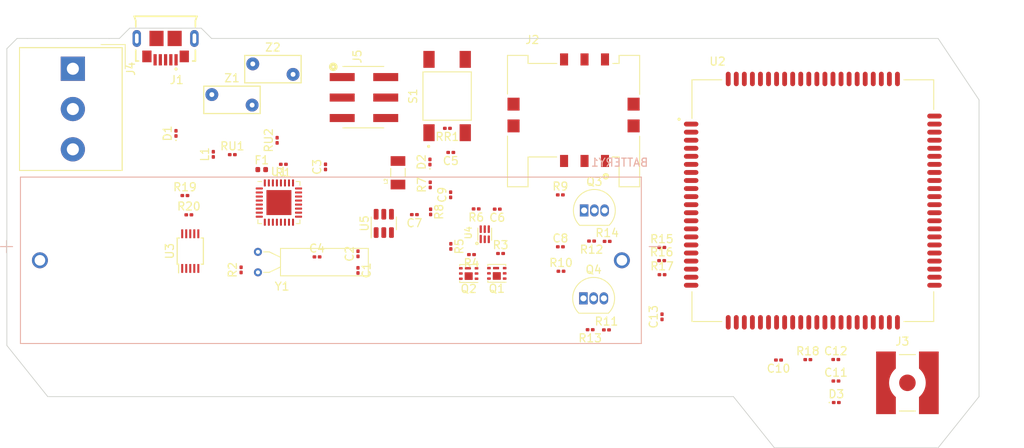
<source format=kicad_pcb>
(kicad_pcb (version 20211014) (generator pcbnew)
  (layers (0 "F.Cu" signal) (31 "B.Cu" signal) (34 "B.Paste" user) (35 "F.Paste" user) (36 "B.SilkS" user "B.Silkscreen") (37 "F.SilkS" user "F.Silkscreen") (38 "B.Mask" user) (39 "F.Mask" user) (44 "Edge.Cuts" user))
  (net 0 "")
  (net 1 "GND")
  (net 2 "Net-(BATTERY1-PadP)")
  (net 3 "Net-(C1-Pad2)")
  (net 4 "Net-(C2-Pad2)")
  (net 5 "Net-(C3-Pad1)")
  (net 6 "VBAT")
  (net 7 "Net-(C5-Pad1)")
  (net 8 "Net-(C6-Pad2)")
  (net 9 "Net-(C8-Pad1)")
  (net 10 "Net-(C10-Pad1)")
  (net 11 "Net-(C10-Pad2)")
  (net 12 "Net-(C13-Pad1)")
  (net 13 "VUSB")
  (net 14 "Net-(D2-Pad2)")
  (net 15 "Net-(F1-Pad2)")
  (net 16 "Net-(Z1-Pad2)")
  (net 17 "Net-(Z2-Pad2)")
  (net 19 "Net-(L1-Pad2)")
  (net 20 "SIM_VDD")
  (net 21 "SIM_RST")
  (net 22 "SIM_CLK")
  (net 23 "SIM_DATA")
  (net 24 "MAIN_ANT")
  (net 25 "Net-(J4-Pad2)")
  (net 26 "Net-(J4-Pad3)")
  (net 27 "Net-(J5-Pad1)")
  (net 28 "Net-(J5-Pad3)")
  (net 29 "Net-(J5-Pad4)")
  (net 30 "Net-(Q1-Pad1)")
  (net 31 "Net-(Q1-Pad3)")
  (net 32 "Net-(Q2-Pad3)")
  (net 33 "Net-(Q2-Pad4)")
  (net 34 "TXA")
  (net 35 "Net-(Q3-Pad2)")
  (net 36 "Net-(Q3-Pad3)")
  (net 37 "Net-(Q4-Pad1)")
  (net 38 "Net-(Q4-Pad2)")
  (net 39 "RXA")
  (net 40 "Net-(R2-Pad2)")
  (net 41 "Net-(R5-Pad1)")
  (net 42 "Net-(R7-Pad2)")
  (net 43 "Net-(R12-Pad1)")
  (net 44 "Net-(R15-Pad2)")
  (net 45 "Net-(R16-Pad2)")
  (net 46 "Net-(R17-Pad2)")
  (net 47 "Net-(R19-Pad1)")
  (net 48 "SCL")
  (net 49 "Net-(R20-Pad1)")
  (net 50 "SCA")
  (net 51 "Net-(RU1-Pad2)")
  (net 52 "Net-(RU2-Pad1)")
  (net 53 "Net-(RU2-Pad2)")
  (net 54 "Net-(U1-Pad3)")
  (footprint "Resistor_SMD:R_0201_0603Metric" (layer "F.Cu") (at 91.43881 66.625911 180)
    (fp_text reference "R13" (at 0 -1.05) (layer "F.SilkS"))
    (fp_text value "4.7k")
    (pad "1" smd roundrect (at -0.32 0 180) (size 0.46 0.4) (layers "F.Cu" "F.Mask") (net 38 "Net-(Q4-Pad2)"))
    (pad "2" smd roundrect (at 0.32 0 180) (size 0.46 0.4) (layers "F.Cu" "F.Mask") (net 37 "Net-(Q4-Pad1)"))
  )
  (footprint "Resistor_SMD:R_0201_0603Metric" (layer "F.Cu") (at 73.724565 41.636221 180)
    (fp_text reference "RR1" (at 0 -1.05) (layer "F.SilkS"))
    (fp_text value "10k")
    (pad "1" smd roundrect (at -0.32 0 180) (size 0.46 0.4) (layers "F.Cu" "F.Mask") (net 7 "Net-(C5-Pad1)"))
    (pad "2" smd roundrect (at 0.32 0 180) (size 0.46 0.4) (layers "F.Cu" "F.Mask") (net 6 "VBAT"))
  )
  (footprint "Resistor_SMD:R_0201_0603Metric" (layer "F.Cu") (at 93.548449 55.663362)
    (fp_text reference "R14" (at 0 -1.05) (layer "F.SilkS"))
    (fp_text value "4.7k")
    (pad "1" smd roundrect (at -0.32 0) (size 0.46 0.4) (layers "F.Cu" "F.Mask") (net 43 "Net-(R12-Pad1)"))
    (pad "2" smd roundrect (at 0.32 0) (size 0.46 0.4) (layers "F.Cu" "F.Mask") (net 36 "Net-(Q3-Pad3)"))
  )
  (footprint "Diode_SMD:D_0201_0603Metric" (layer "F.Cu") (at 40.041346 42.264043 90)
    (fp_text reference "D1" (at 0 -1.05 90) (layer "F.SilkS"))
    (fp_text value "MMSZ5221B")
    (pad "1" smd roundrect (at -0.32 0 90) (size 0.46 0.4) (layers "F.Cu" "F.Mask") (net 2 "Net-(BATTERY1-PadP)"))
    (pad "2" smd roundrect (at 0.32 0 90) (size 0.46 0.4) (layers "F.Cu" "F.Mask") (net 13 "VUSB"))
  )
  (footprint "Capacitor_SMD:C_0201_0603Metric" (layer "F.Cu") (at 57.545269 57.587392)
    (fp_text reference "C4" (at 0 -1.05) (layer "F.SilkS"))
    (fp_text value "100nF")
    (pad "1" smd roundrect (at -0.32 0) (size 0.46 0.4) (layers "F.Cu" "F.Mask") (net 1 "GND"))
    (pad "2" smd roundrect (at 0.32 0) (size 0.46 0.4) (layers "F.Cu" "F.Mask") (net 6 "VBAT"))
  )
  (footprint "Resistor_SMD:R_0201_0603Metric" (layer "F.Cu") (at 52.591631 43.120764 90)
    (fp_text reference "RU2" (at 0 -1.05 90) (layer "F.SilkS"))
    (fp_text value "22R")
    (pad "1" smd roundrect (at -0.32 0 90) (size 0.46 0.4) (layers "F.Cu" "F.Mask") (net 52 "Net-(RU2-Pad1)"))
    (pad "2" smd roundrect (at 0.32 0 90) (size 0.46 0.4) (layers "F.Cu" "F.Mask") (net 53 "Net-(RU2-Pad2)"))
  )
  (footprint "Capacitor_SMD:C_0201_0603Metric" (layer "F.Cu") (at 121.92 70.325)
    (fp_text reference "C12" (at 0 -1.05) (layer "F.SilkS"))
    (fp_text value "33pF")
    (pad "1" smd roundrect (at -0.32 0) (size 0.46 0.4) (layers "F.Cu" "F.Mask") (net 1 "GND"))
    (pad "2" smd roundrect (at 0.32 0) (size 0.46 0.4) (layers "F.Cu" "F.Mask") (net 6 "VBAT"))
  )
  (footprint "TerminalBlock_Altech:Altech_AK300_1x03_P5.00mm_45-Degree" (layer "F.Cu") (at 27.24311 34.240731 -90)
    (fp_text reference "J4" (at 0 -7.2 90) (layer "F.SilkS"))
    (fp_text value "SENSOR_IN")
    (pad "1" thru_hole rect (at 0 0 270) (size 3 3) (drill 1.5) (layers *.Cu *.Mask) (net 6 "VBAT"))
    (pad "2" thru_hole circle (at 5 0 270) (size 3 3) (drill 1.5) (layers *.Cu *.Mask) (net 25 "Net-(J4-Pad2)"))
    (pad "3" thru_hole circle (at 10 0 270) (size 3 3) (drill 1.5) (layers *.Cu *.Mask) (net 26 "Net-(J4-Pad3)"))
  )
  (footprint "Capacitor_SMD:C_0201_0603Metric" (layer "F.Cu") (at 87.744857 56.334418)
    (fp_text reference "C8" (at 0 -1.05) (layer "F.SilkS"))
    (fp_text value "0.1uF")
    (pad "1" smd roundrect (at -0.32 0) (size 0.46 0.4) (layers "F.Cu" "F.Mask") (net 9 "Net-(C8-Pad1)"))
    (pad "2" smd roundrect (at 0.32 0) (size 0.46 0.4) (layers "F.Cu" "F.Mask") (net 1 "GND"))
  )
  (footprint "BQ29707DSET:SON50P150X150X80-6N" (layer "F.Cu") (at 78.358158 54.776525 90)
    (fp_text reference "U4" (at 0.18666 -2.02861 90) (layer "F.SilkS") (effects (font (size 0.8 0.8))))
    (fp_text value "BQ29707DSET")
    (pad "1" smd roundrect (at -0.59 -0.5) (size 0.27 1.02) (layers "F.Cu" "F.Paste" "F.Mask") (roundrect_rratio 0.26))
    (pad "2" smd roundrect (at -0.63 0) (size 0.27 0.94) (layers "F.Cu" "F.Paste" "F.Mask") (roundrect_rratio 0.23) (net 32 "Net-(Q2-Pad3)"))
    (pad "3" smd roundrect (at -0.63 0.5) (size 0.27 0.94) (layers "F.Cu" "F.Paste" "F.Mask") (roundrect_rratio 0.23) (net 31 "Net-(Q1-Pad3)"))
    (pad "4" smd roundrect (at 0.63 0.5) (size 0.27 0.94) (layers "F.Cu" "F.Paste" "F.Mask") (roundrect_rratio 0.23) (net 1 "GND"))
    (pad "5" smd roundrect (at 0.63 0) (size 0.27 0.94) (layers "F.Cu" "F.Paste" "F.Mask") (roundrect_rratio 0.23) (net 8 "Net-(C6-Pad2)"))
    (pad "6" smd roundrect (at 0.63 -0.5) (size 0.27 0.94) (layers "F.Cu" "F.Paste" "F.Mask") (roundrect_rratio 0.23) (net 41 "Net-(R5-Pad1)"))
  )
  (footprint "Resistor_SMD:R_0201_0603Metric" (layer "F.Cu") (at 77.294073 51.634288 180)
    (fp_text reference "R6" (at 0 -1.05) (layer "F.SilkS"))
    (fp_text value "330R")
    (pad "1" smd roundrect (at -0.32 0 180) (size 0.46 0.4) (layers "F.Cu" "F.Mask") (net 8 "Net-(C6-Pad2)"))
    (pad "2" smd roundrect (at 0.32 0 180) (size 0.46 0.4) (layers "F.Cu" "F.Mask") (net 2 "Net-(BATTERY1-PadP)"))
  )
  (footprint "SIM7600E-H:IC_SIM7600E-H" (layer "F.Cu") (at 119.07191 50.609369)
    (fp_text reference "U2" (at -11.825 -17.275) (layer "F.SilkS"))
    (fp_text value "SIM7600E-H")
    (pad "1" smd oval (at -15.1 -9.5) (size 1.8 0.6) (layers "F.Cu" "F.Paste" "F.Mask") (net 1 "GND"))
    (pad "2" smd oval (at -15.1 -8.5) (size 1.8 0.6) (layers "F.Cu" "F.Paste" "F.Mask") (net 1 "GND"))
    (pad "3" smd oval (at -15.1 -7.5) (size 1.8 0.6) (layers "F.Cu" "F.Paste" "F.Mask") (net 10 "Net-(C10-Pad1)"))
    (pad "4" smd oval (at -15.1 -6.5) (size 1.8 0.6) (layers "F.Cu" "F.Paste" "F.Mask") (net 11 "Net-(C10-Pad2)"))
    (pad "5" smd oval (at -15.1 -5.5) (size 1.8 0.6) (layers "F.Cu" "F.Paste" "F.Mask") (net 1 "GND"))
    (pad "6" smd oval (at -15.1 -4.5) (size 1.8 0.6) (layers "F.Cu" "F.Paste" "F.Mask"))
    (pad "7" smd oval (at -15.1 -3.5) (size 1.8 0.6) (layers "F.Cu" "F.Paste" "F.Mask"))
    (pad "8" smd oval (at -15.1 -2.5) (size 1.8 0.6) (layers "F.Cu" "F.Paste" "F.Mask"))
    (pad "9" smd oval (at -15.1 -1.5) (size 1.8 0.6) (layers "F.Cu" "F.Paste" "F.Mask"))
    (pad "10" smd oval (at -15.1 -0.5) (size 1.8 0.6) (layers "F.Cu" "F.Paste" "F.Mask") (net 1 "GND"))
    (pad "11" smd oval (at -15.1 0.5) (size 1.8 0.6) (layers "F.Cu" "F.Paste" "F.Mask"))
    (pad "12" smd oval (at -15.1 1.5) (size 1.8 0.6) (layers "F.Cu" "F.Paste" "F.Mask"))
    (pad "13" smd oval (at -15.1 2.5) (size 1.8 0.6) (layers "F.Cu" "F.Paste" "F.Mask"))
    (pad "14" smd oval (at -15.1 3.5) (size 1.8 0.6) (layers "F.Cu" "F.Paste" "F.Mask") (net 1 "GND"))
    (pad "15" smd oval (at -15.1 4.5) (size 1.8 0.6) (layers "F.Cu" "F.Paste" "F.Mask") (net 12 "Net-(C13-Pad1)"))
    (pad "16" smd oval (at -15.1 5.5) (size 1.8 0.6) (layers "F.Cu" "F.Paste" "F.Mask"))
    (pad "17" smd oval (at -15.1 6.5) (size 1.8 0.6) (layers "F.Cu" "F.Paste" "F.Mask") (net 44 "Net-(R15-Pad2)"))
    (pad "18" smd oval (at -15.1 7.5) (size 1.8 0.6) (layers "F.Cu" "F.Paste" "F.Mask") (net 45 "Net-(R16-Pad2)"))
    (pad "19" smd oval (at -15.1 8.5) (size 1.8 0.6) (layers "F.Cu" "F.Paste" "F.Mask") (net 46 "Net-(R17-Pad2)"))
    (pad "20" smd oval (at -15.1 9.5) (size 1.8 0.6) (layers "F.Cu" "F.Paste" "F.Mask") (net 20 "SIM_VDD"))
    (pad "21" smd oval (at -9.5 15.1 90) (size 1.8 0.6) (layers "F.Cu" "F.Paste" "F.Mask"))
    (pad "22" smd oval (at -8.5 15.1 90) (size 1.8 0.6) (layers "F.Cu" "F.Paste" "F.Mask"))
    (pad "23" smd oval (at -7.5 15.1 90) (size 1.8 0.6) (layers "F.Cu" "F.Paste" "F.Mask"))
    (pad "24" smd oval (at -6.5 15.1 90) (size 1.8 0.6) (layers "F.Cu" "F.Paste" "F.Mask"))
    (pad "25" smd oval (at -5.5 15.1 90) (size 1.8 0.6) (layers "F.Cu" "F.Paste" "F.Mask"))
    (pad "26" smd oval (at -4.5 15.1 90) (size 1.8 0.6) (layers "F.Cu" "F.Paste" "F.Mask"))
    (pad "27" smd oval (at -3.5 15.1 90) (size 1.8 0.6) (layers "F.Cu" "F.Paste" "F.Mask"))
    (pad "28" smd oval (at -2.5 15.1 90) (size 1.8 0.6) (layers "F.Cu" "F.Paste" "F.Mask"))
    (pad "29" smd oval (at -1.5 15.1 90) (size 1.8 0.6) (layers "F.Cu" "F.Paste" "F.Mask"))
    (pad "30" smd oval (at -0.5 15.1 90) (size 1.8 0.6) (layers "F.Cu" "F.Paste" "F.Mask"))
    (pad "31" smd oval (at 0.5 15.1 90) (size 1.8 0.6) (layers "F.Cu" "F.Paste" "F.Mask"))
    (pad "32" smd oval (at 1.5 15.1 90) (size 1.8 0.6) (layers "F.Cu" "F.Paste" "F.Mask"))
    (pad "33" smd oval (at 2.5 15.1 90) (size 1.8 0.6) (layers "F.Cu" "F.Paste" "F.Mask"))
    (pad "34" smd oval (at 3.5 15.1 90) (size 1.8 0.6) (layers "F.Cu" "F.Paste" "F.Mask"))
    (pad "35" smd oval (at 4.5 15.1 90) (size 1.8 0.6) (layers "F.Cu" "F.Paste" "F.Mask"))
    (pad "36" smd oval (at 5.5 15.1 90) (size 1.8 0.6) (layers "F.Cu" "F.Paste" "F.Mask"))
    (pad "37" smd oval (at 6.5 15.1 90) (size 1.8 0.6) (layers "F.Cu" "F.Paste" "F.Mask") (net 1 "GND"))
    (pad "38" smd oval (at 7.5 15.1 90) (size 1.8 0.6) (layers "F.Cu" "F.Paste" "F.Mask") (net 6 "VBAT"))
    (pad "39" smd oval (at 8.5 15.1 90) (size 1.8 0.6) (layers "F.Cu" "F.Paste" "F.Mask") (net 6 "VBAT"))
    (pad "40" smd oval (at 9.5 15.1 90) (size 1.8 0.6) (layers "F.Cu" "F.Paste" "F.Mask") (net 1 "GND"))
    (pad "41" smd oval (at 15.1 9.5 180) (size 1.8 0.6) (layers "F.Cu" "F.Paste" "F.Mask") (net 1 "GND"))
    (pad "42" smd oval (at 15.1 8.5 180) (size 1.8 0.6) (layers "F.Cu" "F.Paste" "F.Mask"))
    (pad "43" smd oval (at 15.1 7.5 180) (size 1.8 0.6) (layers "F.Cu" "F.Paste" "F.Mask") (net 1 "GND"))
    (pad "44" smd oval (at 15.1 6.5 180) (size 1.8 0.6) (layers "F.Cu" "F.Paste" "F.Mask"))
    (pad "45" smd oval (at 15.1 5.5 180) (size 1.8 0.6) (layers "F.Cu" "F.Paste" "F.Mask"))
    (pad "46" smd oval (at 15.1 4.5 180) (size 1.8 0.6) (layers "F.Cu" "F.Paste" "F.Mask"))
    (pad "47" smd oval (at 15.1 3.5 180) (size 1.8 0.6) (layers "F.Cu" "F.Paste" "F.Mask"))
    (pad "48" smd oval (at 15.1 2.5 180) (size 1.8 0.6) (layers "F.Cu" "F.Paste" "F.Mask"))
    (pad "49" smd oval (at 15.1 1.5 180) (size 1.8 0.6) (layers "F.Cu" "F.Paste" "F.Mask"))
    (pad "50" smd oval (at 15.1 0.5 180) (size 1.8 0.6) (layers "F.Cu" "F.Paste" "F.Mask"))
    (pad "51" smd oval (at 15.1 -0.5 180) (size 1.8 0.6) (layers "F.Cu" "F.Paste" "F.Mask"))
    (pad "52" smd oval (at 15.1 -1.5 180) (size 1.8 0.6) (layers "F.Cu" "F.Paste" "F.Mask"))
    (pad "53" smd oval (at 15.1 -2.5 180) (size 1.8 0.6) (layers "F.Cu" "F.Paste" "F.Mask"))
    (pad "54" smd oval (at 15.1 -3.5 180) (size 1.8 0.6) (layers "F.Cu" "F.Paste" "F.Mask"))
    (pad "55" smd oval (at 15.1 -4.5 180) (size 1.8 0.6) (layers "F.Cu" "F.Paste" "F.Mask"))
    (pad "56" smd oval (at 15.1 -5.5 180) (size 1.8 0.6) (layers "F.Cu" "F.Paste" "F.Mask"))
    (pad "57" smd oval (at 15.1 -6.5 180) (size 1.8 0.6) (layers "F.Cu" "F.Paste" "F.Mask") (net 1 "GND"))
    (pad "58" smd oval (at 15.1 -7.5 180) (size 1.8 0.6) (layers "F.Cu" "F.Paste" "F.Mask") (net 1 "GND"))
    (pad "59" smd oval (at 15.1 -8.5 180) (size 1.8 0.6) (layers "F.Cu" "F.Paste" "F.Mask"))
    (pad "60" smd oval (at 15.1 -9.5 180) (size 1.8 0.6) (layers "F.Cu" "F.Paste" "F.Mask") (net 1 "GND"))
    (pad "61" smd oval (at 9.5 -15.1 270) (size 1.8 0.6) (layers "F.Cu" "F.Paste" "F.Mask") (net 1 "GND"))
    (pad "62" smd oval (at 8.5 -15.1 270) (size 1.8 0.6) (layers "F.Cu" "F.Paste" "F.Mask") (net 6 "VBAT"))
    (pad "63" smd oval (at 7.5 -15.1 270) (size 1.8 0.6) (layers "F.Cu" "F.Paste" "F.Mask") (net 6 "VBAT"))
    (pad "64" smd oval (at 6.5 -15.1 270) (size 1.8 0.6) (layers "F.Cu" "F.Paste" "F.Mask") (net 1 "GND"))
    (pad "65" smd oval (at 5.5 -15.1 270) (size 1.8 0.6) (layers "F.Cu" "F.Paste" "F.Mask") (net 1 "GND"))
    (pad "66" smd oval (at 4.5 -15.1 270) (size 1.8 0.6) (layers "F.Cu" "F.Paste" "F.Mask"))
    (pad "67" smd oval (at 3.5 -15.1 270) (size 1.8 0.6) (layers "F.Cu" "F.Paste" "F.Mask"))
    (pad "68" smd oval (at 2.5 -15.1 270) (size 1.8 0.6) (layers "F.Cu" "F.Paste" "F.Mask") (net 36 "Net-(Q3-Pad3)"))
    (pad "69" smd oval (at 1.5 -15.1 270) (size 1.8 0.6) (layers "F.Cu" "F.Paste" "F.Mask"))
    (pad "70" smd oval (at 0.5 -15.1 270) (size 1.8 0.6) (layers "F.Cu" "F.Paste" "F.Mask"))
    (pad "71" smd oval (at -0.5 -15.1 270) (size 1.8 0.6) (layers "F.Cu" "F.Paste" "F.Mask") (net 37 "Net-(Q4-Pad1)"))
    (pad "72" smd oval (at -1.5 -15.1 270) (size 1.8 0.6) (layers "F.Cu" "F.Paste" "F.Mask"))
    (pad "73" smd oval (at -2.5 -15.1 270) (size 1.8 0.6) (layers "F.Cu" "F.Paste" "F.Mask"))
    (pad "74" smd oval (at -3.5 -15.1 270) (size 1.8 0.6) (layers "F.Cu" "F.Paste" "F.Mask"))
    (pad "75" smd oval (at -4.5 -15.1 270) (size 1.8 0.6) (layers "F.Cu" "F.Paste" "F.Mask"))
    (pad "76" smd oval (at -5.5 -15.1 270) (size 1.8 0.6) (layers "F.Cu" "F.Paste" "F.Mask"))
    (pad "77" smd oval (at -6.5 -15.1 270) (size 1.8 0.6) (layers "F.Cu" "F.Paste" "F.Mask") (net 1 "GND"))
    (pad "78" smd oval (at -7.5 -15.1 270) (size 1.8 0.6) (layers "F.Cu" "F.Paste" "F.Mask") (net 1 "GND"))
    (pad "79" smd oval (at -8.5 -15.1 270) (size 1.8 0.6) (layers "F.Cu" "F.Paste" "F.Mask"))
    (pad "80" smd oval (at -9.5 -15.1 270) (size 1.8 0.6) (layers "F.Cu" "F.Paste" "F.Mask") (net 1 "GND"))
    (pad "81" smd oval (at -15.1 10.5) (size 1.8 0.6) (layers "F.Cu" "F.Paste" "F.Mask") (net 1 "GND"))
    (pad "82" smd oval (at 15.1 10.5 180) (size 1.8 0.6) (layers "F.Cu" "F.Paste" "F.Mask") (net 24 "MAIN_ANT"))
    (pad "83" smd oval (at 10.5 15.1 90) (size 1.8 0.6) (layers "F.Cu" "F.Paste" "F.Mask"))
    (pad "84" smd oval (at -10.5 15.1 90) (size 1.8 0.6) (layers "F.Cu" "F.Paste" "F.Mask"))
    (pad "85" smd oval (at 15.1 -10.5 180) (size 1.8 0.6) (layers "F.Cu" "F.Paste" "F.Mask"))
    (pad "86" smd oval (at -10.5 -15.1 270) (size 1.8 0.6) (layers "F.Cu" "F.Paste" "F.Mask"))
    (pad "87" smd oval (at 10.5 -15.1 270) (size 1.8 0.6) (layers "F.Cu" "F.Paste" "F.Mask"))
  )
  (footprint "Resistor_SMD:R_0201_0603Metric" (layer "F.Cu") (at 47.030878 44.902504)
    (fp_text reference "RU1" (at 0 -1.05) (layer "F.SilkS"))
    (fp_text value "22R")
    (pad "1" smd roundrect (at -0.32 0) (size 0.46 0.4) (layers "F.Cu" "F.Mask") (net 19 "Net-(L1-Pad2)"))
    (pad "2" smd roundrect (at 0.32 0) (size 0.46 0.4) (layers "F.Cu" "F.Mask") (net 51 "Net-(RU1-Pad2)"))
  )
  (footprint "Resistor_SMD:R_0201_0603Metric" (layer "F.Cu") (at 91.615309 55.628214 180)
    (fp_text reference "R12" (at 0 -1.05) (layer "F.SilkS"))
    (fp_text value "4.7k")
    (pad "1" smd roundrect (at -0.32 0 180) (size 0.46 0.4) (layers "F.Cu" "F.Mask") (net 43 "Net-(R12-Pad1)"))
    (pad "2" smd roundrect (at 0.32 0 180) (size 0.46 0.4) (layers "F.Cu" "F.Mask") (net 35 "Net-(Q3-Pad2)"))
  )
  (footprint "Resistor_SMD:R_0201_0603Metric" (layer "F.Cu") (at 118.450804 70.337651)
    (fp_text reference "R18" (at 0 -1.05) (layer "F.SilkS"))
    (fp_text value "1k")
    (pad "1" smd roundrect (at -0.32 0) (size 0.46 0.4) (layers "F.Cu" "F.Mask") (net 10 "Net-(C10-Pad1)"))
    (pad "2" smd roundrect (at 0.32 0) (size 0.46 0.4) (layers "F.Cu" "F.Mask") (net 1 "GND"))
  )
  (footprint "Diode_SMD:D_0201_0603Metric" (layer "F.Cu") (at 121.983178 75.662572)
    (fp_text reference "D3" (at 0 -1.05) (layer "F.SilkS"))
    (fp_text value "MMSZ5221B")
    (pad "1" smd roundrect (at -0.32 0) (size 0.46 0.4) (layers "F.Cu" "F.Mask") (net 1 "GND"))
    (pad "2" smd roundrect (at 0.32 0) (size 0.46 0.4) (layers "F.Cu" "F.Mask") (net 6 "VBAT"))
  )
  (footprint "Capacitor_SMD:C_0201_0603Metric" (layer "F.Cu") (at 69.625115 52.343372 180)
    (fp_text reference "C7" (at 0 -1.05) (layer "F.SilkS"))
    (fp_text value "22pF")
    (pad "1" smd roundrect (at -0.32 0 180) (size 0.46 0.4) (layers "F.Cu" "F.Mask") (net 1 "GND"))
    (pad "2" smd roundrect (at 0.32 0 180) (size 0.46 0.4) (layers "F.Cu" "F.Mask") (net 2 "Net-(BATTERY1-PadP)"))
  )
  (footprint "Resistor_SMD:R_0201_0603Metric" (layer "F.Cu") (at 80.321069 57.168161)
    (fp_text reference "R3" (at 0 -1.05) (layer "F.SilkS"))
    (fp_text value "5.1M")
    (pad "1" smd roundrect (at -0.32 0) (size 0.46 0.4) (layers "F.Cu" "F.Mask") (net 1 "GND"))
    (pad "2" smd roundrect (at 0.32 0) (size 0.46 0.4) (layers "F.Cu" "F.Mask") (net 31 "Net-(Q1-Pad3)"))
  )
  (footprint "Resistor_SMD:R_0201_0603Metric" (layer "F.Cu") (at 71.639823 52.002223 -90)
    (fp_text reference "R8" (at 0 -1.05 90) (layer "F.SilkS"))
    (fp_text value "30R")
    (pad "1" smd roundrect (at -0.32 0 270) (size 0.46 0.4) (layers "F.Cu" "F.Mask") (net 42 "Net-(R7-Pad2)"))
    (pad "2" smd roundrect (at 0.32 0 270) (size 0.46 0.4) (layers "F.Cu" "F.Mask") (net 1 "GND"))
  )
  (footprint "693010020611:WURTH_693010020611" (layer "F.Cu") (at 89.380431 39.384073)
    (fp_text reference "J2" (at -5.117 -8.73) (layer "F.SilkS"))
    (fp_text value "SIM_CARD_SLOT")
    (pad "1" smd rect (at 3.9 6.3) (size 1 1.5) (layers "F.Cu" "F.Paste" "F.Mask") (net 20 "SIM_VDD"))
    (pad "2" smd rect (at 1.36 6.3) (size 1 1.5) (layers "F.Cu" "F.Paste" "F.Mask") (net 21 "SIM_RST"))
    (pad "3" smd rect (at -1.18 6.3) (size 1 1.5) (layers "F.Cu" "F.Paste" "F.Mask") (net 22 "SIM_CLK"))
    (pad "4" smd rect (at 3.9 -6.3) (size 1 1.5) (layers "F.Cu" "F.Paste" "F.Mask") (net 1 "GND"))
    (pad "5" smd rect (at 1.36 -6.3) (size 1 1.5) (layers "F.Cu" "F.Paste" "F.Mask"))
    (pad "6" smd rect (at -1.18 -6.3) (size 1 1.5) (layers "F.Cu" "F.Paste" "F.Mask") (net 23 "SIM_DATA"))
    (pad "S1" smd rect (at -7.45 -0.75) (size 1.5 1.6) (layers "F.Cu" "F.Paste" "F.Mask") (net 1 "GND"))
    (pad "S2" smd rect (at -7.45 1.95) (size 1.5 1.6) (layers "F.Cu" "F.Paste" "F.Mask") (net 1 "GND"))
    (pad "S3" smd rect (at 7.45 -0.75) (size 1.5 1.6) (layers "F.Cu" "F.Paste" "F.Mask") (net 1 "GND"))
    (pad "S4" smd rect (at 7.45 1.95) (size 1.5 1.6) (layers "F.Cu" "F.Paste" "F.Mask") (net 1 "GND"))
  )
  (footprint "Capacitor_SMD:C_0201_0603Metric" (layer "F.Cu") (at 62.627029 59.268463 -90)
    (fp_text reference "C1" (at 0 -1.05 90) (layer "F.SilkS"))
    (fp_text value "22pF")
    (pad "1" smd roundrect (at -0.32 0 270) (size 0.46 0.4) (layers "F.Cu" "F.Mask") (net 1 "GND"))
    (pad "2" smd roundrect (at 0.32 0 270) (size 0.46 0.4) (layers "F.Cu" "F.Mask") (net 3 "Net-(C1-Pad2)"))
  )
  (footprint "Resistor_SMD:R_0201_0603Metric" (layer "F.Cu") (at 100.313082 58.054832)
    (fp_text reference "R16" (at 0 -1.05) (layer "F.SilkS"))
    (fp_text value "22R")
    (pad "1" smd roundrect (at -0.32 0) (size 0.46 0.4) (layers "F.Cu" "F.Mask") (net 21 "SIM_RST"))
    (pad "2" smd roundrect (at 0.32 0) (size 0.46 0.4) (layers "F.Cu" "F.Mask") (net 45 "Net-(R16-Pad2)"))
  )
  (footprint "Diode_SMD:D_0201_0603Metric" (layer "F.Cu") (at 71.556901 45.813018 90)
    (fp_text reference "D2" (at 0 -1.05 90) (layer "F.SilkS"))
    (fp_text value "MMSZ5221B")
    (pad "1" smd roundrect (at -0.32 0 90) (size 0.46 0.4) (layers "F.Cu" "F.Mask") (net 6 "VBAT"))
    (pad "2" smd roundrect (at 0.32 0 90) (size 0.46 0.4) (layers "F.Cu" "F.Mask") (net 14 "Net-(D2-Pad2)"))
  )
  (footprint "Varistor:RV_Disc_D7mm_W3.4mm_P5mm" (layer "F.Cu") (at 49.49 38.75 180)
    (fp_text reference "Z1" (at 2.5 3.35) (layer "F.SilkS"))
    (fp_text value "PGB1010604")
    (pad "1" thru_hole circle (at 0 0 180) (size 1.6 1.6) (drill 0.6) (layers *.Cu *.Mask) (net 19 "Net-(L1-Pad2)"))
    (pad "2" thru_hole circle (at 5 1.3 180) (size 1.6 1.6) (drill 0.6) (layers *.Cu *.Mask) (net 16 "Net-(Z1-Pad2)"))
  )
  (footprint "Resistor_SMD:R_0201_0603Metric" (layer "F.Cu") (at 100.332608 56.418498)
    (fp_text reference "R15" (at 0 -1.05) (layer "F.SilkS"))
    (fp_text value "22R")
    (pad "1" smd roundrect (at -0.32 0) (size 0.46 0.4) (layers "F.Cu" "F.Mask") (net 23 "SIM_DATA"))
    (pad "2" smd roundrect (at 0.32 0) (size 0.46 0.4) (layers "F.Cu" "F.Mask") (net 44 "Net-(R15-Pad2)"))
  )
  (footprint "Package_SO:TSSOP-10_3x3mm_P0.5mm" (layer "F.Cu") (at 41.813366 56.870687 90)
    (fp_text reference "U3" (at 0 -2.55 90) (layer "F.SilkS"))
    (fp_text value "ADS1115IDGS")
    (pad "1" smd rect (at -2.15 -1 90) (size 1.1 0.25) (layers "F.Cu" "F.Paste" "F.Mask"))
    (pad "2" smd rect (at -2.15 -0.5 90) (size 1.1 0.25) (layers "F.Cu" "F.Paste" "F.Mask"))
    (pad "3" smd rect (at -2.15 0 90) (size 1.1 0.25) (layers "F.Cu" "F.Paste" "F.Mask") (net 26 "Net-(J4-Pad3)"))
    (pad "4" smd rect (at -2.15 0.5 90) (size 1.1 0.25) (layers "F.Cu" "F.Paste" "F.Mask") (net 25 "Net-(J4-Pad2)"))
    (pad "5" smd rect (at -2.15 1 90) (size 1.1 0.25) (layers "F.Cu" "F.Paste" "F.Mask"))
    (pad "6" smd rect (at 2.15 1 90) (size 1.1 0.25) (layers "F.Cu" "F.Paste" "F.Mask"))
    (pad "7" smd rect (at 2.15 0.5 90) (size 1.1 0.25) (layers "F.Cu" "F.Paste" "F.Mask"))
    (pad "8" smd rect (at 2.15 0 90) (size 1.1 0.25) (layers "F.Cu" "F.Paste" "F.Mask") (net 6 "VBAT"))
    (pad "9" smd rect (at 2.15 -0.5 90) (size 1.1 0.25) (layers "F.Cu" "F.Paste" "F.Mask") (net 49 "Net-(R20-Pad1)"))
    (pad "10" smd rect (at 2.15 -1 90) (size 1.1 0.25) (layers "F.Cu" "F.Paste" "F.Mask") (net 47 "Net-(R19-Pad1)"))
  )
  (footprint "Crystal:Crystal_AT310_D3.0mm_L10.0mm_Horizontal" (layer "F.Cu") (at 50.210999 59.505712 90)
    (fp_text reference "Y1" (at -1.75 3) (layer "F.SilkS"))
    (fp_text value "16MHz")
    (pad "1" thru_hole circle (at 0 0 90) (size 1 1) (drill 0.5) (layers *.Cu *.Mask) (net 3 "Net-(C1-Pad2)"))
    (pad "2" thru_hole circle (at 2.54 0 90) (size 1 1) (drill 0.5) (layers *.Cu *.Mask) (net 4 "Net-(C2-Pad2)"))
  )
  (footprint "Capacitor_SMD:C_0201_0603Metric" (layer "F.Cu") (at 121.940204 72.994505)
    (fp_text reference "C11" (at 0 -1.05) (layer "F.SilkS"))
    (fp_text value "0.1uF")
    (pad "1" smd roundrect (at -0.32 0) (size 0.46 0.4) (layers "F.Cu" "F.Mask") (net 1 "GND"))
    (pad "2" smd roundrect (at 0.32 0) (size 0.46 0.4) (layers "F.Cu" "F.Mask") (net 6 "VBAT"))
  )
  (footprint "CONSMA001-SMD-G:LINX_CONSMA001-SMD-G" (layer "F.Cu") (at 130.81 73.216366)
    (fp_text reference "J3" (at -0.625 -5.135) (layer "F.SilkS"))
    (fp_text value "MAIN_ANTENNA")
    (pad "1" smd circle (at 0 0) (size 2.05 2.05) (layers "F.Cu" "F.Paste" "F.Mask") (net 24 "MAIN_ANT"))
    (pad "S1" smd custom (at -3.1 0) (size 1 1) (layers "F.Cu") (net 1 "GND") (options (clearance outline) (anchor rect)) (primitives (gr_poly (pts (xy 1.66 -3.88) (xy -0.78 -3.88) (xy -0.78 3.88) (xy 1.66 3.88) (xy 1.66 1.77) (xy 1.597 1.716) (xy 1.547 1.67) (xy 1.499 1.623) (xy 1.452 1.575) (xy 1.406 1.525) (xy 1.362 1.474) (xy 1.32 1.422) (xy 1.279 1.368) (xy 1.239 1.314) (xy 1.201 1.258) (xy 1.165 1.201) (xy 1.13 1.143) (xy 1.098 1.084) (xy 1.067 1.025) (xy 1.037 0.964) (xy 1.01 0.902) (xy 0.984 0.84) (xy 0.96 0.777) (xy 0.938 0.713) (xy 0.917 0.649) (xy 0.899 0.584) (xy 0.882 0.519) (xy 0.868 0.453) (xy 0.855 0.387) (xy 0.844 0.32) (xy 0.836 0.253) (xy 0.829 0.186) (xy 0.824 0.119) (xy 0.821 0.052) (xy 0.82 0) (xy 0.821 -0.052) (xy 0.824 -0.119) (xy 0.829 -0.186) (xy 0.836 -0.253) (xy 0.844 -0.32) (xy 0.855 -0.387) (xy 0.868 -0.453) (xy 0.882 -0.519) (xy 0.899 -0.584) (xy 0.917 -0.649) (xy 0.938 -0.713) (xy 0.96 -0.777) (xy 0.984 -0.84) (xy 1.01 -0.902) (xy 1.037 -0.964) (xy 1.067 -1.025) (xy 1.098 -1.084) (xy 1.13 -1.143) (xy 1.165 -1.201) (xy 1.201 -1.258) (xy 1.239 -1.314) (xy 1.279 -1.368) (xy 1.32 -1.422) (xy 1.362 -1.474) (xy 1.406 -1.525) (xy 1.452 -1.575) (xy 1.499 -1.623) (xy 1.547 -1.67) (xy 1.597 -1.716) (xy 1.66 -1.77) (xy 1.66 -3.88)) (width 0.01) (fill yes))))
    (pad "S2" smd custom (at 3.1 0) (size 1 1) (layers "F.Cu") (net 1 "GND") (options (clearance outline) (anchor rect)) (primitives (gr_poly (pts (xy -1.66 -3.88) (xy 0.78 -3.88) (xy 0.78 3.88) (xy -1.66 3.88) (xy -1.66 1.77) (xy -1.597 1.716) (xy -1.547 1.67) (xy -1.499 1.623) (xy -1.452 1.575) (xy -1.406 1.525) (xy -1.362 1.474) (xy -1.32 1.422) (xy -1.279 1.368) (xy -1.239 1.314) (xy -1.201 1.258) (xy -1.165 1.201) (xy -1.13 1.143) (xy -1.098 1.084) (xy -1.067 1.025) (xy -1.037 0.964) (xy -1.01 0.902) (xy -0.984 0.84) (xy -0.96 0.777) (xy -0.938 0.713) (xy -0.917 0.649) (xy -0.899 0.584) (xy -0.882 0.519) (xy -0.868 0.453) (xy -0.855 0.387) (xy -0.844 0.32) (xy -0.836 0.253) (xy -0.829 0.186) (xy -0.824 0.119) (xy -0.821 0.052) (xy -0.82 0) (xy -0.821 -0.052) (xy -0.824 -0.119) (xy -0.829 -0.186) (xy -0.836 -0.253) (xy -0.844 -0.32) (xy -0.855 -0.387) (xy -0.868 -0.453) (xy -0.882 -0.519) (xy -0.899 -0.584) (xy -0.917 -0.649) (xy -0.938 -0.713) (xy -0.96 -0.777) (xy -0.984 -0.84) (xy -1.01 -0.902) (xy -1.037 -0.964) (xy -1.067 -1.025) (xy -1.098 -1.084) (xy -1.13 -1.143) (xy -1.165 -1.201) (xy -1.201 -1.258) (xy -1.239 -1.314) (xy -1.279 -1.368) (xy -1.32 -1.422) (xy -1.362 -1.474) (xy -1.406 -1.525) (xy -1.452 -1.575) (xy -1.499 -1.623) (xy -1.547 -1.67) (xy -1.597 -1.716) (xy -1.66 -1.77) (xy -1.66 -2.35) (xy -1.66 -3.88)) (width 0.01) (fill yes))))
  )
  (footprint "Package_TO_SOT_SMD:SOT-23-6" (layer "F.Cu") (at 65.829131 53.43296 90)
    (fp_text reference "U5" (at 0 -2.4 90) (layer "F.SilkS"))
    (fp_text value "MT3608")
    (pad "1" smd roundrect (at -1.1375 -0.95 90) (size 1.325 0.6) (layers "F.Cu" "F.Paste" "F.Mask") (net 14 "Net-(D2-Pad2)"))
    (pad "2" smd roundrect (at -1.1375 0 90) (size 1.325 0.6) (layers "F.Cu" "F.Paste" "F.Mask") (net 1 "GND"))
    (pad "3" smd roundrect (at -1.1375 0.95 90) (size 1.325 0.6) (layers "F.Cu" "F.Paste" "F.Mask") (net 42 "Net-(R7-Pad2)"))
    (pad "4" smd roundrect (at 1.1375 0.95 90) (size 1.325 0.6) (layers "F.Cu" "F.Paste" "F.Mask") (net 2 "Net-(BATTERY1-PadP)"))
    (pad "5" smd roundrect (at 1.1375 0 90) (size 1.325 0.6) (layers "F.Cu" "F.Paste" "F.Mask") (net 2 "Net-(BATTERY1-PadP)"))
    (pad "6" smd roundrect (at 1.1375 -0.95 90) (size 1.325 0.6) (layers "F.Cu" "F.Paste" "F.Mask"))
  )
  (footprint "Capacitor_SMD:C_0201_0603Metric" (layer "F.Cu") (at 79.909666 51.665028 180)
    (fp_text reference "C6" (at 0 -1.05) (layer "F.SilkS"))
    (fp_text value "0.1uF")
    (pad "1" smd roundrect (at -0.32 0 180) (size 0.46 0.4) (layers "F.Cu" "F.Mask") (net 1 "GND"))
    (pad "2" smd roundrect (at 0.32 0 180) (size 0.46 0.4) (layers "F.Cu" "F.Mask") (net 8 "Net-(C6-Pad2)"))
  )
  (footprint "Resistor_SMD:R_0201_0603Metric" (layer "F.Cu") (at 41.148251 49.978325)
    (fp_text reference "R19" (at 0 -1.05) (layer "F.SilkS"))
    (fp_text value "10k")
    (pad "1" smd roundrect (at -0.32 0) (size 0.46 0.4) (layers "F.Cu" "F.Mask") (net 47 "Net-(R19-Pad1)"))
    (pad "2" smd roundrect (at 0.32 0) (size 0.46 0.4) (layers "F.Cu" "F.Mask") (net 48 "SCL"))
  )
  (footprint "61000621121:61000621121" (layer "F.Cu") (at 63.368315 40.3567 -90)
    (fp_text reference "J5" (at -7.635 0.825 90) (layer "F.SilkS"))
    (fp_text value "ICSP")
    (pad "1" smd rect (at -5.08 2.7) (size 3.1 1) (layers "F.Cu" "F.Paste" "F.Mask") (net 27 "Net-(J5-Pad1)"))
    (pad "2" smd rect (at -2.54 2.7) (size 3.1 1) (layers "F.Cu" "F.Paste" "F.Mask") (net 6 "VBAT"))
    (pad "3" smd rect (at 0 2.7) (size 3.1 1) (layers "F.Cu" "F.Paste" "F.Mask") (net 28 "Net-(J5-Pad3)"))
    (pad "4" smd rect (at 0 -2.7) (size 3.1 1) (layers "F.Cu" "F.Paste" "F.Mask") (net 29 "Net-(J5-Pad4)"))
    (pad "5" smd rect (at -2.54 -2.7) (size 3.1 1) (layers "F.Cu" "F.Paste" "F.Mask") (net 7 "Net-(C5-Pad1)"))
    (pad "6" smd rect (at -5.08 -2.7) (size 3.1 1) (layers "F.Cu" "F.Paste" "F.Mask") (net 1 "GND"))
  )
  (footprint "Resistor_SMD:R_0201_0603Metric" (layer "F.Cu") (at 93.460578 66.647111)
    (fp_text reference "R11" (at 0 -1.05) (layer "F.SilkS"))
    (fp_text value "4.7k")
    (pad "1" smd roundrect (at -0.32 0) (size 0.46 0.4) (layers "F.Cu" "F.Mask") (net 12 "Net-(C13-Pad1)"))
    (pad "2" smd roundrect (at 0.32 0) (size 0.46 0.4) (layers "F.Cu" "F.Mask") (net 38 "Net-(Q4-Pad2)"))
  )
  (footprint "Package_SON:Texas_DQK" (layer "F.Cu") (at 79.853696 59.631689 180)
    (fp_text reference "Q1" (at 0 -1.9) (layer "F.SilkS"))
    (fp_text value "CSD16301Q2")
    (pad "1" smd roundrect (at -0.975 -0.65 180) (size 0.45 0.3) (layers "F.Cu" "F.Paste" "F.Mask") (roundrect_rratio 0.167) (net 30 "Net-(Q1-Pad1)"))
    (pad "2" smd roundrect (at -0.975 0 180) (size 0.45 0.3) (layers "F.Cu" "F.Paste" "F.Mask") (roundrect_rratio 0.167) (net 30 "Net-(Q1-Pad1)"))
    (pad "3" smd roundrect (at -0.975 0.65 180) (size 0.45 0.3) (layers "F.Cu" "F.Paste" "F.Mask") (roundrect_rratio 0.167) (net 31 "Net-(Q1-Pad3)"))
    (pad "4" smd roundrect (at 0.975 0.65 180) (size 0.45 0.3) (layers "F.Cu" "F.Paste" "F.Mask") (roundrect_rratio 0.167) (net 1 "GND"))
    (pad "5" smd roundrect (at 0.975 0 180) (size 0.45 0.3) (layers "F.Cu" "F.Paste" "F.Mask") (roundrect_rratio 0.167) (net 30 "Net-(Q1-Pad1)"))
    (pad "6" smd roundrect (at 0.975 -0.65 180) (size 0.45 0.3) (layers "F.Cu" "F.Paste" "F.Mask") (roundrect_rratio 0.167) (net 30 "Net-(Q1-Pad1)"))
    (pad "7" smd roundrect (at 0.095 0.65 180) (size 0.75 0.3) (layers "F.Cu" "F.Mask") (roundrect_rratio 0.167) (net 1 "GND"))
    (pad "8" smd roundrect (at 0 -0.325 180) (size 1 0.95) (layers "F.Cu" "F.Mask") (roundrect_rratio 0.053) (net 30 "Net-(Q1-Pad1)"))
  )
  (footprint "Inductor_SMD:L_0201_0603Metric" (layer "F.Cu") (at 44.673522 44.861382 90)
    (fp_text reference "L1" (at 0 -1.05 90) (layer "F.SilkS"))
    (fp_text value "BLM21")
    (pad "1" smd roundrect (at -0.32 0 90) (size 0.46 0.4) (layers "F.Cu" "F.Mask") (net 1 "GND"))
    (pad "2" smd roundrect (at 0.32 0 90) (size 0.46 0.4) (layers "F.Cu" "F.Mask") (net 19 "Net-(L1-Pad2)"))
  )
  (footprint "Package_TO_SOT_THT:TO-92_Inline" (layer "F.Cu") (at 90.690332 51.823427)
    (fp_text reference "Q3" (at 1.27 -3.56) (layer "F.SilkS"))
    (fp_text value "S8050")
    (pad "1" thru_hole rect (at 0 0) (size 1.05 1.5) (drill 0.75) (layers *.Cu *.Mask) (net 34 "TXA"))
    (pad "2" thru_hole oval (at 1.27 0) (size 1.05 1.5) (drill 0.75) (layers *.Cu *.Mask) (net 35 "Net-(Q3-Pad2)"))
    (pad "3" thru_hole oval (at 2.54 0) (size 1.05 1.5) (drill 0.75) (layers *.Cu *.Mask) (net 36 "Net-(Q3-Pad3)"))
  )
  (footprint "USB3075-30-A:GCT_USB3075-30-A" (layer "F.Cu") (at 40.05 33.13 180)
    (fp_text reference "J1" (at -0.08593 -2.49759) (layer "F.SilkS"))
    (fp_text value "USB_MICRO_B")
    (pad "1" smd rect (at 0 0 180) (size 0.4 1.4) (layers "F.Cu" "F.Paste" "F.Mask") (net 13 "VUSB"))
    (pad "2" smd rect (at 0.65 0 180) (size 0.4 1.4) (layers "F.Cu" "F.Paste" "F.Mask") (net 16 "Net-(Z1-Pad2)"))
    (pad "3" smd rect (at 1.3 0 180) (size 0.4 1.4) (layers "F.Cu" "F.Paste" "F.Mask") (net 17 "Net-(Z2-Pad2)"))
    (pad "4" smd rect (at 1.95 0 180) (size 0.4 1.4) (layers "F.Cu" "F.Paste" "F.Mask"))
    (pad "5" smd rect (at 2.6 0 180) (size 0.4 1.4) (layers "F.Cu" "F.Paste" "F.Mask") (net 1 "GND"))
    (pad "S1" smd rect (at -1.02 0.42 180) (size 1.15 1.45) (layers "F.Cu" "F.Paste" "F.Mask") (net 19 "Net-(L1-Pad2)"))
    (pad "S2" smd rect (at 3.62 0.42 180) (size 1.15 1.45) (layers "F.Cu" "F.Paste" "F.Mask") (net 19 "Net-(L1-Pad2)"))
    (pad "S3" smd rect (at 0.175 2.65 180) (size 1.75 1.9) (layers "F.Cu" "F.Paste" "F.Mask") (net 19 "Net-(L1-Pad2)"))
    (pad "S4" smd rect (at 2.425 2.65 180) (size 1.75 1.9) (layers "F.Cu" "F.Paste" "F.Mask") (net 19 "Net-(L1-Pad2)"))
    (pad "S5" thru_hole oval (at -2.275 2.65 180) (size 1.05 2.1) (drill oval 0.45 1.25) (layers *.Cu *.Mask) (net 19 "Net-(L1-Pad2)"))
    (pad "S6" thru_hole oval (at 4.875 2.65 180) (size 1.05 2.1) (drill oval 0.45 1.25) (layers *.Cu *.Mask) (net 19 "Net-(L1-Pad2)"))
  )
  (footprint "Resistor_SMD:R_0201_0603Metric" (layer "F.Cu") (at 71.593095 48.653317 90)
    (fp_text reference "R7" (at 0 -1.05 90) (layer "F.SilkS"))
    (fp_text value "220R")
    (pad "1" smd roundrect (at -0.32 0 90) (size 0.46 0.4) (layers "F.Cu" "F.Mask") (net 6 "VBAT"))
    (pad "2" smd roundrect (at 0.32 0 90) (size 0.46 0.4) (layers "F.Cu" "F.Mask") (net 42 "Net-(R7-Pad2)"))
  )
  (footprint "Package_DFN_QFN:QFN-32-1EP_5x5mm_P0.5mm_EP3.1x3.1mm" (layer "F.Cu") (at 52.814878 50.848807)
    (fp_text reference "U1" (at 0 -3.82) (layer "F.SilkS"))
    (fp_text value "ATmega8U2-MU")
    (pad "1" smd roundrect (at -2.4375 -1.75) (size 0.875 0.25) (layers "F.Cu" "F.Paste" "F.Mask") (net 40 "Net-(R2-Pad2)"))
    (pad "2" smd roundrect (at -2.4375 -1.25) (size 0.875 0.25) (layers "F.Cu" "F.Paste" "F.Mask") (net 4 "Net-(C2-Pad2)"))
    (pad "3" smd roundrect (at -2.4375 -0.75) (size 0.875 0.25) (layers "F.Cu" "F.Paste" "F.Mask") (net 54 "Net-(U1-Pad3)"))
    (pad "4" smd roundrect (at -2.4375 -0.25) (size 0.875 0.25) (layers "F.Cu" "F.Paste" "F.Mask") (net 6 "VBAT"))
    (pad "5" smd roundrect (at -2.4375 0.25) (size 0.875 0.25) (layers "F.Cu" "F.Paste" "F.Mask"))
    (pad "6" smd roundrect (at -2.4375 0.75) (size 0.875 0.25) (layers "F.Cu" "F.Paste" "F.Mask") (net 39 "RXA"))
    (pad "7" smd roundrect (at -2.4375 1.25) (size 0.875 0.25) (layers "F.Cu" "F.Paste" "F.Mask") (net 34 "TXA"))
    (pad "8" smd roundrect (at -2.4375 1.75) (size 0.875 0.25) (layers "F.Cu" "F.Paste" "F.Mask"))
    (pad "9" smd roundrect (at -1.75 2.4375) (size 0.25 0.875) (layers "F.Cu" "F.Paste" "F.Mask"))
    (pad "10" smd roundrect (at -1.25 2.4375) (size 0.25 0.875) (layers "F.Cu" "F.Paste" "F.Mask"))
    (pad "11" smd roundrect (at -0.75 2.4375) (size 0.25 0.875) (layers "F.Cu" "F.Paste" "F.Mask"))
    (pad "12" smd roundrect (at -0.25 2.4375) (size 0.25 0.875) (layers "F.Cu" "F.Paste" "F.Mask"))
    (pad "13" smd roundrect (at 0.25 2.4375) (size 0.25 0.875) (layers "F.Cu" "F.Paste" "F.Mask"))
    (pad "14" smd roundrect (at 0.75 2.4375) (size 0.25 0.875) (layers "F.Cu" "F.Paste" "F.Mask"))
    (pad "15" smd roundrect (at 1.25 2.4375) (size 0.25 0.875) (layers "F.Cu" "F.Paste" "F.Mask") (net 28 "Net-(J5-Pad3)"))
    (pad "16" smd roundrect (at 1.75 2.4375) (size 0.25 0.875) (layers "F.Cu" "F.Paste" "F.Mask") (net 29 "Net-(J5-Pad4)"))
    (pad "17" smd roundrect (at 2.4375 1.75) (size 0.875 0.25) (layers "F.Cu" "F.Paste" "F.Mask") (net 27 "Net-(J5-Pad1)"))
    (pad "18" smd roundrect (at 2.4375 1.25) (size 0.875 0.25) (layers "F.Cu" "F.Paste" "F.Mask"))
    (pad "19" smd roundrect (at 2.4375 0.75) (size 0.875 0.25) (layers "F.Cu" "F.Paste" "F.Mask"))
    (pad "20" smd roundrect (at 2.4375 0.25) (size 0.875 0.25) (layers "F.Cu" "F.Paste" "F.Mask"))
    (pad "21" smd roundrect (at 2.4375 -0.25) (size 0.875 0.25) (layers "F.Cu" "F.Paste" "F.Mask"))
    (pad "22" smd roundrect (at 2.4375 -0.75) (size 0.875 0.25) (layers "F.Cu" "F.Paste" "F.Mask"))
    (pad "23" smd roundrect (at 2.4375 -1.25) (size 0.875 0.25) (layers "F.Cu" "F.Paste" "F.Mask"))
    (pad "24" smd roundrect (at 2.4375 -1.75) (size 0.875 0.25) (layers "F.Cu" "F.Paste" "F.Mask") (net 7 "Net-(C5-Pad1)"))
    (pad "25" smd roundrect (at 1.75 -2.4375) (size 0.25 0.875) (layers "F.Cu" "F.Paste" "F.Mask") (net 48 "SCL"))
    (pad "26" smd roundrect (at 1.25 -2.4375) (size 0.25 0.875) (layers "F.Cu" "F.Paste" "F.Mask") (net 50 "SCA"))
    (pad "27" smd roundrect (at 0.75 -2.4375) (size 0.25 0.875) (layers "F.Cu" "F.Paste" "F.Mask") (net 5 "Net-(C3-Pad1)"))
    (pad "28" smd roundrect (at 0.25 -2.4375) (size 0.25 0.875) (layers "F.Cu" "F.Paste" "F.Mask") (net 1 "GND"))
    (pad "29" smd roundrect (at -0.25 -2.4375) (size 0.25 0.875) (layers "F.Cu" "F.Paste" "F.Mask") (net 52 "Net-(RU2-Pad1)"))
    (pad "30" smd roundrect (at -0.75 -2.4375) (size 0.25 0.875) (layers "F.Cu" "F.Paste" "F.Mask") (net 51 "Net-(RU1-Pad2)"))
    (pad "31" smd roundrect (at -1.25 -2.4375) (size 0.25 0.875) (layers "F.Cu" "F.Paste" "F.Mask") (net 15 "Net-(F1-Pad2)"))
    (pad "32" smd roundrect (at -1.75 -2.4375) (size 0.25 0.875) (layers "F.Cu" "F.Paste" "F.Mask") (net 6 "VBAT"))
    (pad "33" smd rect (at 0 0) (size 3.1 3.1) (layers "F.Cu" "F.Mask") (net 54 "Net-(U1-Pad3)"))
  )
  (footprint "Resistor_SMD:R_0201_0603Metric" (layer "F.Cu") (at 74.148327 56.285225 -90)
    (fp_text reference "R5" (at 0 -1.05 90) (layer "F.SilkS"))
    (fp_text value "2.2k")
    (pad "1" smd roundrect (at -0.32 0 270) (size 0.46 0.4) (layers "F.Cu" "F.Mask") (net 41 "Net-(R5-Pad1)"))
    (pad "2" smd roundrect (at 0.32 0 270) (size 0.46 0.4) (layers "F.Cu" "F.Mask") (net 33 "Net-(Q2-Pad4)"))
  )
  (footprint "AIML-1206-120K-T:INDC3216X140N" (layer "F.Cu") (at 67.59004 47.150294 90)
    (fp_text reference "L2" (at -1.06 -1.5 90) (layer "F.SilkS") (effects (font (size 0.393701 0.393701))))
    (fp_text value "12uH")
    (pad "1" smd rect (at -1.46 0 90) (size 1.2 1.82) (layers "F.Cu" "F.Paste" "F.Mask") (net 2 "Net-(BATTERY1-PadP)"))
    (pad "2" smd rect (at 1.46 0 90) (size 1.2 1.82) (layers "F.Cu" "F.Paste" "F.Mask") (net 14 "Net-(D2-Pad2)"))
  )
  (footprint "Package_SON:Texas_DQK" (layer "F.Cu") (at 76.362651 59.650765 180)
    (fp_text reference "Q2" (at 0 -1.9) (layer "F.SilkS"))
    (fp_text value "CSD16301Q2")
    (pad "1" smd roundrect (at -0.975 -0.65 180) (size 0.45 0.3) (layers "F.Cu" "F.Paste" "F.Mask") (roundrect_rratio 0.167) (net 30 "Net-(Q1-Pad1)"))
    (pad "2" smd roundrect (at -0.975 0 180) (size 0.45 0.3) (layers "F.Cu" "F.Paste" "F.Mask") (roundrect_rratio 0.167) (net 30 "Net-(Q1-Pad1)"))
    (pad "3" smd roundrect (at -0.975 0.65 180) (size 0.45 0.3) (layers "F.Cu" "F.Paste" "F.Mask") (roundrect_rratio 0.167) (net 32 "Net-(Q2-Pad3)"))
    (pad "4" smd roundrect (at 0.975 0.65 180) (size 0.45 0.3) (layers "F.Cu" "F.Paste" "F.Mask") (roundrect_rratio 0.167) (net 33 "Net-(Q2-Pad4)"))
    (pad "5" smd roundrect (at 0.975 0 180) (size 0.45 0.3) (layers "F.Cu" "F.Paste" "F.Mask") (roundrect_rratio 0.167) (net 30 "Net-(Q1-Pad1)"))
    (pad "6" smd roundrect (at 0.975 -0.65 180) (size 0.45 0.3) (layers "F.Cu" "F.Paste" "F.Mask") (roundrect_rratio 0.167) (net 30 "Net-(Q1-Pad1)"))
    (pad "7" smd roundrect (at 0.095 0.65 180) (size 0.75 0.3) (layers "F.Cu" "F.Mask") (roundrect_rratio 0.167) (net 33 "Net-(Q2-Pad4)"))
    (pad "8" smd roundrect (at 0 -0.325 180) (size 1 0.95) (layers "F.Cu" "F.Mask") (roundrect_rratio 0.053) (net 30 "Net-(Q1-Pad1)"))
  )
  (footprint "Resistor_SMD:R_0201_0603Metric" (layer "F.Cu") (at 87.737313 49.893233)
    (fp_text reference "R9" (at 0 -1.05) (layer "F.SilkS"))
    (fp_text value "4.7k")
    (pad "1" smd roundrect (at -0.32 0) (size 0.46 0.4) (layers "F.Cu" "F.Mask") (net 9 "Net-(C8-Pad1)"))
    (pad "2" smd roundrect (at 0.32 0) (size 0.46 0.4) (layers "F.Cu" "F.Mask") (net 34 "TXA"))
  )
  (footprint "Capacitor_SMD:C_0201_0603Metric" (layer "F.Cu") (at 58.595796 46.419309 90)
    (fp_text reference "C3" (at 0 -1.05 90) (layer "F.SilkS"))
    (fp_text value "1uF")
    (pad "1" smd roundrect (at -0.32 0 90) (size 0.46 0.4) (layers "F.Cu" "F.Mask") (net 5 "Net-(C3-Pad1)"))
    (pad "2" smd roundrect (at 0.32 0 90) (size 0.46 0.4) (layers "F.Cu" "F.Mask") (net 1 "GND"))
  )
  (footprint "Resistor_SMD:R_0201_0603Metric" (layer "F.Cu") (at 48.121773 59.201518 90)
    (fp_text reference "R2" (at 0 -1.05 90) (layer "F.SilkS"))
    (fp_text value "27R")
    (pad "1" smd roundrect (at -0.32 0 90) (size 0.46 0.4) (layers "F.Cu" "F.Mask") (net 3 "Net-(C1-Pad2)"))
    (pad "2" smd roundrect (at 0.32 0 90) (size 0.46 0.4) (layers "F.Cu" "F.Mask") (net 40 "Net-(R2-Pad2)"))
  )
  (footprint "Capacitor_SMD:C_0201_0603Metric" (layer "F.Cu") (at 74.124058 49.883013 90)
    (fp_text reference "C9" (at 0 -1.05 90) (layer "F.SilkS"))
    (fp_text value "22pF")
    (pad "1" smd roundrect (at -0.32 0 90) (size 0.46 0.4) (layers "F.Cu" "F.Mask") (net 1 "GND"))
    (pad "2" smd roundrect (at 0.32 0 90) (size 0.46 0.4) (layers "F.Cu" "F.Mask") (net 6 "VBAT"))
  )
  (footprint "Capacitor_SMD:C_0201_0603Metric" (layer "F.Cu") (at 74.14118 44.628557 180)
    (fp_text reference "C5" (at 0 -1.05) (layer "F.SilkS"))
    (fp_text value "0.1uF")
    (pad "1" smd roundrect (at -0.32 0 180) (size 0.46 0.4) (layers "F.Cu" "F.Mask") (net 7 "Net-(C5-Pad1)"))
    (pad "2" smd roundrect (at 0.32 0 180) (size 0.46 0.4) (layers "F.Cu" "F.Mask") (net 1 "GND"))
  )
  (footprint "5-1437565-0:SW_5-1437565-0" (layer "F.Cu") (at 73.688646 37.628337 90)
    (fp_text reference "S1" (at -0.025 -4.235 90) (layer "F.SilkS"))
    (fp_text value "RESET_SW")
    (pad "1" smd rect (at -4.55 -2.25 90) (size 2.1 1.4) (layers "F.Cu" "F.Paste" "F.Mask") (net 1 "GND"))
    (pad "2" smd rect (at 4.55 -2.25 90) (size 2.1 1.4) (layers "F.Cu" "F.Paste" "F.Mask") (net 1 "GND"))
    (pad "3" smd rect (at -4.55 2.25 90) (size 2.1 1.4) (layers "F.Cu" "F.Paste" "F.Mask") (net 7 "Net-(C5-Pad1)"))
    (pad "4" smd rect (at 4.55 2.25 90) (size 2.1 1.4) (layers "F.Cu" "F.Paste" "F.Mask") (net 7 "Net-(C5-Pad1)"))
  )
  (footprint "Resistor_SMD:R_0201_0603Metric" (layer "F.Cu") (at 100.357211 59.796269)
    (fp_text reference "R17" (at 0 -1.05) (layer "F.SilkS"))
    (fp_text value "22R")
    (pad "1" smd roundrect (at -0.32 0) (size 0.46 0.4) (layers "F.Cu" "F.Mask") (net 22 "SIM_CLK"))
    (pad "2" smd roundrect (at 0.32 0) (size 0.46 0.4) (layers "F.Cu" "F.Mask") (net 46 "Net-(R17-Pad2)"))
  )
  (footprint "Resistor_SMD:R_0201_0603Metric" (layer "F.Cu") (at 76.714131 57.304517 180)
    (fp_text reference "R4" (at 0 -1.05) (layer "F.SilkS"))
    (fp_text value "5.1M")
    (pad "1" smd roundrect (at -0.32 0 180) (size 0.46 0.4) (layers "F.Cu" "F.Mask") (net 32 "Net-(Q2-Pad3)"))
    (pad "2" smd roundrect (at 0.32 0 180) (size 0.46 0.4) (layers "F.Cu" "F.Mask") (net 33 "Net-(Q2-Pad4)"))
  )
  (footprint "Resistor_SMD:R_0201_0603Metric" (layer "F.Cu") (at 53.368163 46.100586 180)
    (fp_text reference "R1" (at 0 -1.05) (layer "F.SilkS"))
    (fp_text value "1M")
    (pad "1" smd roundrect (at -0.32 0 180) (size 0.46 0.4) (layers "F.Cu" "F.Mask") (net 1 "GND"))
    (pad "2" smd roundrect (at 0.32 0 180) (size 0.46 0.4) (layers "F.Cu" "F.Mask") (net 1 "GND"))
  )
  (footprint "Varistor:RV_Disc_D7mm_W3.4mm_P5mm" (layer "F.Cu") (at 54.57 34.94 180)
    (fp_text reference "Z2" (at 2.5 3.35) (layer "F.SilkS"))
    (fp_text value "PGB1010604")
    (pad "1" thru_hole circle (at 0 0 180) (size 1.6 1.6) (drill 0.6) (layers *.Cu *.Mask) (net 53 "Net-(RU2-Pad2)"))
    (pad "2" thru_hole circle (at 5 1.3 180) (size 1.6 1.6) (drill 0.6) (layers *.Cu *.Mask) (net 17 "Net-(Z2-Pad2)"))
  )
  (footprint "Resistor_SMD:R_0201_0603Metric" (layer "F.Cu") (at 87.819325 59.371476)
    (fp_text reference "R10" (at 0 -1.05) (layer "F.SilkS"))
    (fp_text value "4.7k")
    (pad "1" smd roundrect (at -0.32 0) (size 0.46 0.4) (layers "F.Cu" "F.Mask") (net 9 "Net-(C8-Pad1)"))
    (pad "2" smd roundrect (at 0.32 0) (size 0.46 0.4) (layers "F.Cu" "F.Mask") (net 39 "RXA"))
  )
  (footprint "Package_TO_SOT_THT:TO-92_Inline" (layer "F.Cu") (at 90.602031 62.734554)
    (fp_text reference "Q4" (at 1.27 -3.56) (layer "F.SilkS"))
    (fp_text value "S8050")
    (pad "1" thru_hole rect (at 0 0) (size 1.05 1.5) (drill 0.75) (layers *.Cu *.Mask) (net 37 "Net-(Q4-Pad1)"))
    (pad "2" thru_hole oval (at 1.27 0) (size 1.05 1.5) (drill 0.75) (layers *.Cu *.Mask) (net 38 "Net-(Q4-Pad2)"))
    (pad "3" thru_hole oval (at 2.54 0) (size 1.05 1.5) (drill 0.75) (layers *.Cu *.Mask) (net 39 "RXA"))
  )
  (footprint "Capacitor_SMD:C_0201_0603Metric" (layer "F.Cu") (at 114.812986 70.390373 180)
    (fp_text reference "C10" (at 0 -1.05) (layer "F.SilkS"))
    (fp_text value "0.1uF")
    (pad "1" smd roundrect (at -0.32 0 180) (size 0.46 0.4) (layers "F.Cu" "F.Mask") (net 10 "Net-(C10-Pad1)"))
    (pad "2" smd roundrect (at 0.32 0 180) (size 0.46 0.4) (layers "F.Cu" "F.Mask") (net 11 "Net-(C10-Pad2)"))
  )
  (footprint "Capacitor_SMD:C_0201_0603Metric" (layer "F.Cu") (at 62.627694 57.205568 90)
    (fp_text reference "C2" (at 0 -1.05 90) (layer "F.SilkS"))
    (fp_text value "22pF")
    (pad "1" smd roundrect (at -0.32 0 90) (size 0.46 0.4) (layers "F.Cu" "F.Mask") (net 1 "GND"))
    (pad "2" smd roundrect (at 0.32 0 90) (size 0.46 0.4) (layers "F.Cu" "F.Mask") (net 4 "Net-(C2-Pad2)"))
  )
  (footprint "Capacitor_SMD:C_0201_0603Metric" (layer "F.Cu") (at 100.357211 65.02425 90)
    (fp_text reference "C13" (at 0 -1.05 90) (layer "F.SilkS"))
    (fp_text value "1uF")
    (pad "1" smd roundrect (at -0.32 0 90) (size 0.46 0.4) (layers "F.Cu" "F.Mask") (net 12 "Net-(C13-Pad1)"))
    (pad "2" smd roundrect (at 0.32 0 90) (size 0.46 0.4) (layers "F.Cu" "F.Mask") (net 1 "GND"))
  )
  (footprint "Resistor_SMD:R_0201_0603Metric" (layer "F.Cu") (at 41.636655 52.368389)
    (fp_text reference "R20" (at 0 -1.05) (layer "F.SilkS"))
    (fp_text value "10k")
    (pad "1" smd roundrect (at -0.32 0) (size 0.46 0.4) (layers "F.Cu" "F.Mask") (net 49 "Net-(R20-Pad1)"))
    (pad "2" smd roundrect (at 0.32 0) (size 0.46 0.4) (layers "F.Cu" "F.Mask") (net 50 "SCA"))
  )
  (footprint "Fuse:Fuse_0402_1005Metric" (layer "F.Cu") (at 50.680363 46.755585)
    (fp_text reference "F1" (at 0 -1.17) (layer "F.SilkS"))
    (fp_text value "500mA")
    (pad "1" smd roundrect (at -0.485 0) (size 0.59 0.64) (layers "F.Cu" "F.Paste" "F.Mask") (net 6 "VBAT"))
    (pad "2" smd roundrect (at 0.485 0) (size 0.59 0.64) (layers "F.Cu" "F.Paste" "F.Mask") (net 15 "Net-(F1-Pad2)"))
  )
  (footprint "1043:BAT_1043" (layer "B.Cu") (at 59.265234 58.012274 180)
    (fp_text reference "BATTERY1" (at -35.825 12.135) (layer "B.SilkS") (effects (justify mirror)))
    (fp_text value "18650_SOCKET")
    (pad "" np_thru_hole circle (at 36.11 -7.87 180) (size 2.39 2.39) (drill 2.39) (layers *.Cu *.Mask))
    (pad "" np_thru_hole circle (at 27.73 7.87 180) (size 3.55 3.55) (drill 3.55) (layers *.Cu *.Mask))
    (pad "" np_thru_hole circle (at -27.47 -7.87 180) (size 3.55 3.55) (drill 3.55) (layers *.Cu *.Mask))
    (pad "N" thru_hole circle (at -36.11 0 180) (size 1.98 1.98) (drill 1.32) (layers *.Cu *.Mask) (net 1 "GND"))
    (pad "P" thru_hole circle (at 36.11 0 180) (size 1.98 1.98) (drill 1.32) (layers *.Cu *.Mask) (net 2 "Net-(BATTERY1-PadP)"))
  )
  (gr_line (start 109.22 74.93) (end 114.3 81.28) (layer "Edge.Cuts") (width 0.1))
  (gr_line (start 25.4 30.48) (end 21.59 30.48) (layer "Edge.Cuts") (width 0.1))
  (gr_line (start 114.3 81.28) (end 134.62 81.28) (layer "Edge.Cuts") (width 0.1))
  (gr_line (start 43.18 29.21) (end 44.45 30.48) (layer "Edge.Cuts") (width 0.1))
  (gr_line (start 34.29 29.21) (end 33.02 30.48) (layer "Edge.Cuts") (width 0.1))
  (gr_line (start 24.13 74.93) (end 109.22 74.93) (layer "Edge.Cuts") (width 0.1))
  (gr_line (start 44.45 30.48) (end 134.62 30.48) (layer "Edge.Cuts") (width 0.1))
  (gr_line (start 139.7 38.1) (end 139.7 74.93) (layer "Edge.Cuts") (width 0.1))
  (gr_line (start 33.02 30.48) (end 31.75 30.48) (layer "Edge.Cuts") (width 0.1))
  (gr_line (start 31.75 30.48) (end 25.4 30.48) (layer "Edge.Cuts") (width 0.1))
  (gr_line (start 20.32 30.48) (end 19.05 31.75) (layer "Edge.Cuts") (width 0.1))
  (gr_line (start 34.29 29.21) (end 43.18 29.21) (layer "Edge.Cuts") (width 0.1))
  (gr_line (start 134.62 81.28) (end 139.7 74.93) (layer "Edge.Cuts") (width 0.1))
  (gr_line (start 19.05 68.58) (end 24.13 74.93) (layer "Edge.Cuts") (width 0.1))
  (gr_line (start 21.59 30.48) (end 20.32 30.48) (layer "Edge.Cuts") (width 0.1))
  (gr_line (start 134.62 30.48) (end 139.7 38.1) (layer "Edge.Cuts") (width 0.1))
  (gr_line (start 19.05 31.75) (end 19.05 68.58) (layer "Edge.Cuts") (width 0.1))
)
</source>
